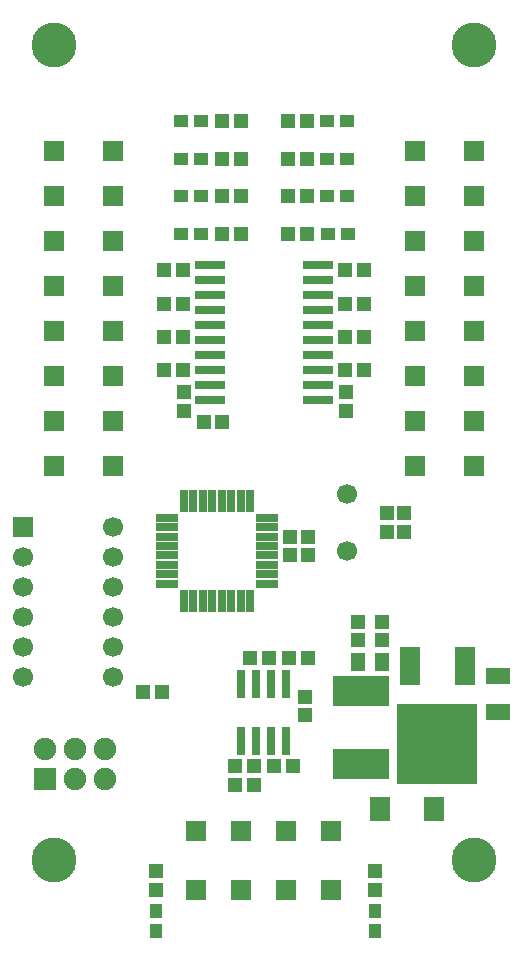
<source format=gts>
%FSLAX44Y44*%
%MOMM*%
G71*
G01*
G75*
G04 Layer_Color=8388736*
%ADD10R,2.3000X0.6000*%
%ADD11R,1.0000X0.9500*%
%ADD12R,1.1000X0.9500*%
%ADD13R,0.9500X1.0000*%
%ADD14R,0.6000X2.2000*%
%ADD15R,0.9500X1.1000*%
%ADD16R,4.6500X2.3000*%
%ADD17R,0.9000X1.0000*%
%ADD18R,1.1000X1.3500*%
%ADD19R,1.6000X3.0000*%
%ADD20R,6.7000X6.7000*%
%ADD21R,1.9500X1.2500*%
%ADD22R,0.5500X1.7500*%
%ADD23R,1.7500X0.5500*%
%ADD24R,1.6000X1.8000*%
%ADD25R,1.0000X0.9000*%
%ADD26C,0.3000*%
%ADD27C,0.5000*%
%ADD28C,1.0000*%
%ADD29C,3.6000*%
%ADD30C,1.5000*%
%ADD31R,1.5000X1.5000*%
%ADD32C,1.7000*%
%ADD33R,1.7000X1.7000*%
%ADD34R,1.6000X1.6000*%
%ADD35R,1.6000X1.6000*%
%ADD36C,0.8000*%
%ADD37C,0.2000*%
%ADD38C,0.2500*%
%ADD39C,0.6000*%
%ADD40C,0.1000*%
%ADD41C,0.0508*%
%ADD42R,2.5000X0.8000*%
%ADD43R,1.2000X1.1500*%
%ADD44R,1.3000X1.1500*%
%ADD45R,1.1500X1.2000*%
%ADD46R,0.8000X2.4000*%
%ADD47R,1.1500X1.3000*%
%ADD48R,4.8500X2.5000*%
%ADD49R,1.1000X1.2000*%
%ADD50R,1.3000X1.5500*%
%ADD51R,1.8000X3.2000*%
%ADD52R,6.9000X6.9000*%
%ADD53R,2.1500X1.4500*%
%ADD54R,0.7500X1.9500*%
%ADD55R,1.9500X0.7500*%
%ADD56R,1.8000X2.0000*%
%ADD57R,1.2000X1.1000*%
%ADD58C,3.8000*%
%ADD59C,1.9000*%
%ADD60R,1.9000X1.9000*%
%ADD61R,1.8000X1.8000*%
%ADD62R,1.8000X1.8000*%
%ADD63C,1.0000*%
D32*
X111598Y296301D02*
D03*
Y270900D02*
D03*
Y245501D02*
D03*
X35398D02*
D03*
Y270900D02*
D03*
Y321701D02*
D03*
Y296301D02*
D03*
X111598Y321701D02*
D03*
Y372500D02*
D03*
X35398Y347100D02*
D03*
X111598D02*
D03*
X310498Y351851D02*
D03*
Y400651D02*
D03*
D33*
X35398Y372500D02*
D03*
D42*
X285498Y479600D02*
D03*
Y492300D02*
D03*
Y505000D02*
D03*
Y517700D02*
D03*
Y530400D02*
D03*
Y543100D02*
D03*
Y555800D02*
D03*
Y568500D02*
D03*
Y581200D02*
D03*
Y593900D02*
D03*
X194498Y479600D02*
D03*
Y492300D02*
D03*
Y505000D02*
D03*
Y517700D02*
D03*
Y530400D02*
D03*
Y543100D02*
D03*
Y555800D02*
D03*
Y568500D02*
D03*
Y581200D02*
D03*
Y593900D02*
D03*
D43*
X171500Y505000D02*
D03*
X155500D02*
D03*
X171500Y533250D02*
D03*
X155500D02*
D03*
X171500Y561500D02*
D03*
X155500D02*
D03*
X171500Y589750D02*
D03*
X155500D02*
D03*
X308500Y589751D02*
D03*
X324500D02*
D03*
X308500Y561501D02*
D03*
X324500D02*
D03*
X308500Y533251D02*
D03*
X324500D02*
D03*
X308500Y505000D02*
D03*
X324500D02*
D03*
X215250Y170000D02*
D03*
X231249D02*
D03*
X243749Y261000D02*
D03*
X227749D02*
D03*
X248500Y170000D02*
D03*
X264499D02*
D03*
X276999Y261000D02*
D03*
X260999D02*
D03*
X215250Y154250D02*
D03*
X231250D02*
D03*
X153750Y232500D02*
D03*
X137750D02*
D03*
X260000Y620250D02*
D03*
X276000D02*
D03*
X260000Y652250D02*
D03*
X276000D02*
D03*
X220000Y716250D02*
D03*
X204000D02*
D03*
X220000Y684250D02*
D03*
X204000D02*
D03*
X220000Y652250D02*
D03*
X204000D02*
D03*
X220000Y620250D02*
D03*
X204000D02*
D03*
X260000Y716250D02*
D03*
X276000D02*
D03*
X260000Y684250D02*
D03*
X276000D02*
D03*
D44*
X262248Y363751D02*
D03*
X277248D02*
D03*
X262248Y348751D02*
D03*
X277248D02*
D03*
X204248Y461500D02*
D03*
X189248D02*
D03*
X343750Y384250D02*
D03*
X358750D02*
D03*
X343750Y368500D02*
D03*
X358750Y368500D02*
D03*
D45*
X309000Y470750D02*
D03*
Y486750D02*
D03*
X148749Y80748D02*
D03*
Y64748D02*
D03*
X333999Y80748D02*
D03*
Y64748D02*
D03*
X172498Y470750D02*
D03*
Y486750D02*
D03*
D46*
X220700Y191500D02*
D03*
X233400D02*
D03*
X246100D02*
D03*
X258800D02*
D03*
X220700Y239500D02*
D03*
X233400D02*
D03*
X246100D02*
D03*
X258800D02*
D03*
D47*
X274749Y228000D02*
D03*
Y213000D02*
D03*
X319750Y276752D02*
D03*
Y291752D02*
D03*
X339750Y276752D02*
D03*
Y291752D02*
D03*
D48*
X322000Y233500D02*
D03*
Y171500D02*
D03*
D49*
X333999Y30247D02*
D03*
Y47247D02*
D03*
X148749Y30247D02*
D03*
Y47247D02*
D03*
D50*
X339750Y258000D02*
D03*
X319750D02*
D03*
D51*
X409750Y254248D02*
D03*
X363750Y254248D02*
D03*
D52*
X386750Y188248D02*
D03*
D53*
X438000Y245999D02*
D03*
X438000Y215499D02*
D03*
D54*
X227998Y310000D02*
D03*
X219998D02*
D03*
X211998D02*
D03*
X203998D02*
D03*
X195998D02*
D03*
X187998D02*
D03*
X179998D02*
D03*
X171998D02*
D03*
Y394500D02*
D03*
X179998D02*
D03*
X187998D02*
D03*
X195998D02*
D03*
X203998D02*
D03*
X211998D02*
D03*
X219998D02*
D03*
X227998D02*
D03*
D55*
X157748Y324250D02*
D03*
Y332250D02*
D03*
Y340250D02*
D03*
Y348250D02*
D03*
Y356250D02*
D03*
Y364250D02*
D03*
Y372250D02*
D03*
Y380250D02*
D03*
X242248D02*
D03*
Y372250D02*
D03*
Y364250D02*
D03*
Y356250D02*
D03*
Y348250D02*
D03*
Y340250D02*
D03*
Y332250D02*
D03*
Y324250D02*
D03*
D56*
X383860Y133750D02*
D03*
X338140Y133750D02*
D03*
D57*
X293750Y620250D02*
D03*
X310750D02*
D03*
X293250Y652250D02*
D03*
X310250D02*
D03*
X186750Y716250D02*
D03*
X169750D02*
D03*
X186750Y684250D02*
D03*
X169750D02*
D03*
X186750Y652250D02*
D03*
X169750D02*
D03*
X186750Y620250D02*
D03*
X169750D02*
D03*
X293250Y716250D02*
D03*
X310250D02*
D03*
X293250Y684250D02*
D03*
X310250D02*
D03*
D58*
X62000Y780250D02*
D03*
X418000D02*
D03*
X417998Y90000D02*
D03*
X61998D02*
D03*
D59*
X105200Y184400D02*
D03*
Y159000D02*
D03*
X54400Y184400D02*
D03*
X79800D02*
D03*
Y159000D02*
D03*
D60*
X54400D02*
D03*
D61*
X111998Y424250D02*
D03*
X61998D02*
D03*
X111998Y462350D02*
D03*
X61998D02*
D03*
X111998Y500450D02*
D03*
X61998D02*
D03*
X111998Y538550D02*
D03*
X61998D02*
D03*
X111998Y576650D02*
D03*
X61998D02*
D03*
X111998Y614750D02*
D03*
X61998D02*
D03*
X111998Y652850D02*
D03*
X61998D02*
D03*
X111998Y690950D02*
D03*
X61998D02*
D03*
X367998Y690950D02*
D03*
X417998D02*
D03*
X367998Y652850D02*
D03*
X417998D02*
D03*
X367998Y614750D02*
D03*
X417998D02*
D03*
X367998Y576650D02*
D03*
X417998D02*
D03*
X367998Y538550D02*
D03*
X417998D02*
D03*
X367998Y500450D02*
D03*
X417998D02*
D03*
X367998Y462350D02*
D03*
X417998D02*
D03*
X367998Y424250D02*
D03*
X417998D02*
D03*
D62*
X296949Y115250D02*
D03*
Y65250D02*
D03*
X258849Y115250D02*
D03*
Y65250D02*
D03*
X220749Y115250D02*
D03*
Y65250D02*
D03*
X182649Y115250D02*
D03*
Y65250D02*
D03*
D63*
X410750Y164500D02*
D03*
X362000D02*
D03*
X410750Y212500D02*
D03*
X362000D02*
D03*
X386375Y164500D02*
D03*
Y212500D02*
D03*
X362000Y188500D02*
D03*
X410750D02*
D03*
X386375D02*
D03*
M02*

</source>
